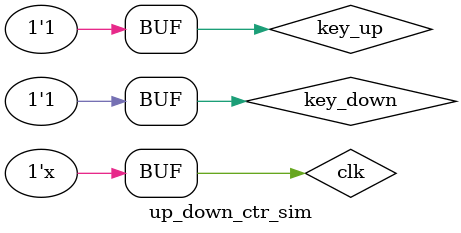
<source format=v>
`timescale 1ns / 1ps


module up_down_ctr_sim();
    
    reg clk = 0;
    
    reg key_up = 0;
    reg key_down = 0;
    
    wire[31:0] addr;
    
    up_down_ctr up_down_ctr(
        .clk_native(clk),
        .key_up(key_up),
        .key_down(key_down),
        .address(addr)
    );
    
    initial begin
        #100
        key_up = 1;
        
        #100
        key_down = 1;
        
        #100
        key_up = 1;
        
        #100
        key_down = 1;
    
    end
    
    always #10 clk=~clk;

endmodule

</source>
